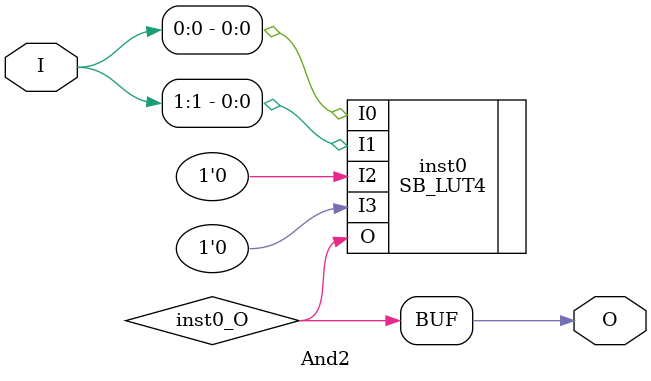
<source format=v>
module And2 (input [1:0] I, output  O);
wire  inst0_O;
SB_LUT4 #(.LUT_INIT(16'h8888)) inst0 (.I0(I[0]), .I1(I[1]), .I2(1'b0), .I3(1'b0), .O(inst0_O));
assign O = inst0_O;
endmodule


</source>
